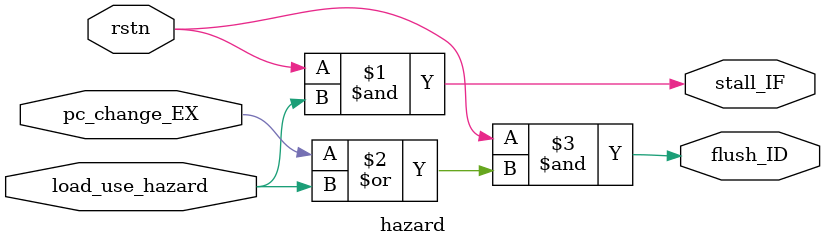
<source format=v>
module hazard(
        input rstn,
        input pc_change_EX,
        input load_use_hazard,
        output stall_IF,
        output flush_ID
    );

    assign stall_IF = rstn & load_use_hazard;
    assign flush_ID = rstn & (pc_change_EX | load_use_hazard);

endmodule

</source>
